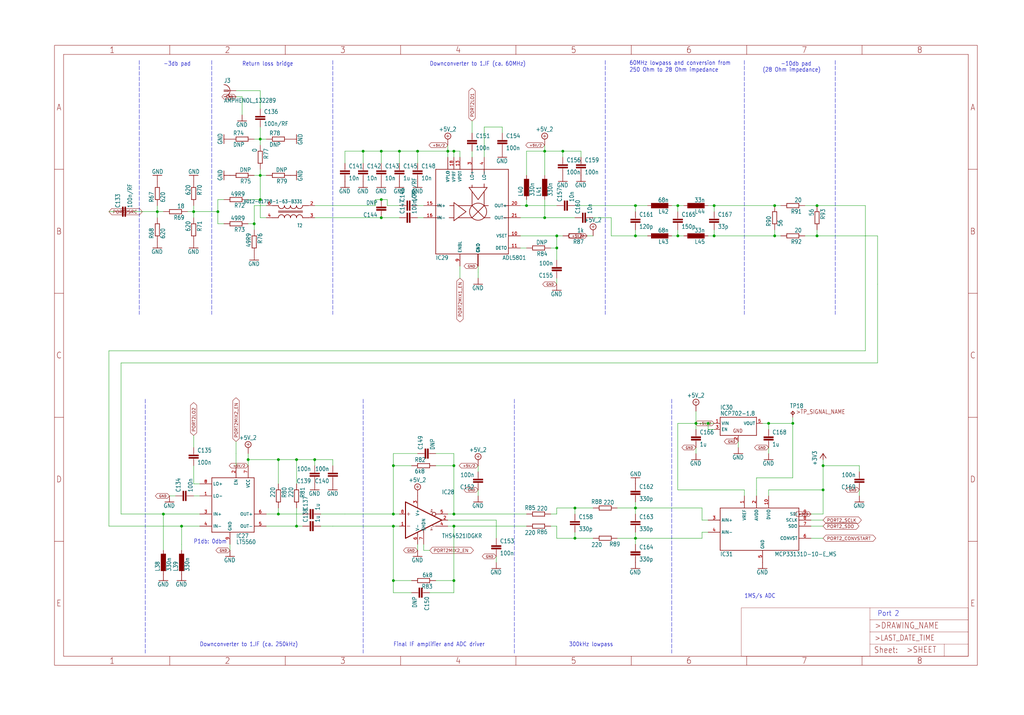
<source format=kicad_sch>
(kicad_sch (version 20210615) (generator eeschema)
  (paper "User" 429.793 300.279)
  (junction (at 66.04 88.9) (diameter 1.016))
  (junction (at 68.58 215.9) (diameter 1.016))
  (junction (at 76.2 220.98) (diameter 1.016))
  (junction (at 81.28 88.9) (diameter 1.016))
  (junction (at 91.44 88.9) (diameter 1.016))
  (junction (at 104.14 193.04) (diameter 1.016))
  (junction (at 106.68 93.98) (diameter 1.016))
  (junction (at 109.22 58.42) (diameter 1.016))
  (junction (at 109.22 73.66) (diameter 1.016))
  (junction (at 109.22 83.82) (diameter 1.016))
  (junction (at 116.84 193.04) (diameter 1.016))
  (junction (at 116.84 215.9) (diameter 1.016))
  (junction (at 124.46 193.04) (diameter 1.016))
  (junction (at 124.46 220.98) (diameter 1.016))
  (junction (at 132.08 193.04) (diameter 1.016))
  (junction (at 152.4 63.5) (diameter 1.016))
  (junction (at 160.02 63.5) (diameter 1.016))
  (junction (at 160.02 83.82) (diameter 1.016))
  (junction (at 160.02 91.44) (diameter 1.016))
  (junction (at 165.1 195.58) (diameter 1.016))
  (junction (at 165.1 215.9) (diameter 1.016))
  (junction (at 165.1 220.98) (diameter 1.016))
  (junction (at 165.1 243.84) (diameter 1.016))
  (junction (at 167.64 63.5) (diameter 1.016))
  (junction (at 175.26 63.5) (diameter 1.016))
  (junction (at 187.96 63.5) (diameter 1.016))
  (junction (at 190.5 63.5) (diameter 1.016))
  (junction (at 190.5 195.58) (diameter 1.016))
  (junction (at 190.5 215.9) (diameter 1.016))
  (junction (at 190.5 220.98) (diameter 1.016))
  (junction (at 190.5 243.84) (diameter 1.016))
  (junction (at 220.98 86.36) (diameter 1.016))
  (junction (at 228.6 63.5) (diameter 1.016))
  (junction (at 228.6 91.44) (diameter 1.016))
  (junction (at 233.68 99.06) (diameter 1.016))
  (junction (at 233.68 104.14) (diameter 1.016))
  (junction (at 236.22 63.5) (diameter 1.016))
  (junction (at 241.3 213.36) (diameter 1.016))
  (junction (at 241.3 226.06) (diameter 1.016))
  (junction (at 266.7 86.36) (diameter 1.016))
  (junction (at 266.7 99.06) (diameter 1.016))
  (junction (at 266.7 213.36) (diameter 1.016))
  (junction (at 266.7 226.06) (diameter 1.016))
  (junction (at 284.48 86.36) (diameter 1.016))
  (junction (at 284.48 99.06) (diameter 1.016))
  (junction (at 292.1 177.8) (diameter 1.016))
  (junction (at 297.18 177.8) (diameter 1.016))
  (junction (at 299.72 86.36) (diameter 1.016))
  (junction (at 299.72 99.06) (diameter 1.016))
  (junction (at 322.58 177.8) (diameter 1.016))
  (junction (at 325.12 86.36) (diameter 1.016))
  (junction (at 325.12 99.06) (diameter 1.016))
  (junction (at 332.74 177.8) (diameter 1.016))
  (junction (at 342.9 86.36) (diameter 1.016))
  (junction (at 342.9 99.06) (diameter 1.016))
  (junction (at 345.44 195.58) (diameter 1.016))
  (junction (at 345.44 205.74) (diameter 1.016))
  (wire (pts (xy 45.72 88.9) (xy 48.26 88.9)))
  (wire (pts (xy 45.72 147.32) (xy 45.72 220.98)))
  (wire (pts (xy 45.72 220.98) (xy 76.2 220.98)))
  (wire (pts (xy 50.8 152.4) (xy 368.3 152.4)))
  (wire (pts (xy 50.8 215.9) (xy 50.8 152.4)))
  (wire (pts (xy 55.88 88.9) (xy 66.04 88.9)))
  (wire (pts (xy 66.04 86.36) (xy 66.04 88.9)))
  (wire (pts (xy 66.04 88.9) (xy 66.04 91.44)))
  (wire (pts (xy 66.04 88.9) (xy 68.58 88.9)))
  (wire (pts (xy 68.58 215.9) (xy 50.8 215.9)))
  (wire (pts (xy 68.58 215.9) (xy 83.82 215.9)))
  (wire (pts (xy 68.58 231.14) (xy 68.58 215.9)))
  (wire (pts (xy 71.12 208.28) (xy 73.66 208.28)))
  (wire (pts (xy 76.2 220.98) (xy 83.82 220.98)))
  (wire (pts (xy 76.2 228.6) (xy 76.2 220.98)))
  (wire (pts (xy 76.2 231.14) (xy 76.2 228.6)))
  (wire (pts (xy 78.74 88.9) (xy 81.28 88.9)))
  (wire (pts (xy 81.28 88.9) (xy 81.28 86.36)))
  (wire (pts (xy 81.28 88.9) (xy 81.28 91.44)))
  (wire (pts (xy 81.28 88.9) (xy 91.44 88.9)))
  (wire (pts (xy 81.28 187.96) (xy 81.28 182.88)))
  (wire (pts (xy 81.28 203.2) (xy 81.28 195.58)))
  (wire (pts (xy 81.28 208.28) (xy 83.82 208.28)))
  (wire (pts (xy 83.82 203.2) (xy 81.28 203.2)))
  (wire (pts (xy 91.44 83.82) (xy 93.98 83.82)))
  (wire (pts (xy 91.44 88.9) (xy 91.44 83.82)))
  (wire (pts (xy 91.44 88.9) (xy 91.44 93.98)))
  (wire (pts (xy 91.44 93.98) (xy 93.98 93.98)))
  (wire (pts (xy 96.52 231.14) (xy 96.52 228.6)))
  (wire (pts (xy 99.06 38.1) (xy 109.22 38.1)))
  (wire (pts (xy 99.06 40.64) (xy 101.6 40.64)))
  (wire (pts (xy 99.06 190.5) (xy 99.06 185.42)))
  (wire (pts (xy 99.06 195.58) (xy 99.06 190.5)))
  (wire (pts (xy 101.6 40.64) (xy 101.6 48.26)))
  (wire (pts (xy 104.14 93.98) (xy 106.68 93.98)))
  (wire (pts (xy 104.14 193.04) (xy 104.14 190.5)))
  (wire (pts (xy 104.14 193.04) (xy 116.84 193.04)))
  (wire (pts (xy 104.14 195.58) (xy 104.14 193.04)))
  (wire (pts (xy 106.68 73.66) (xy 109.22 73.66)))
  (wire (pts (xy 106.68 86.36) (xy 106.68 93.98)))
  (wire (pts (xy 106.68 86.36) (xy 111.76 86.36)))
  (wire (pts (xy 106.68 93.98) (xy 106.68 96.52)))
  (wire (pts (xy 109.22 38.1) (xy 109.22 45.72)))
  (wire (pts (xy 109.22 53.34) (xy 109.22 58.42)))
  (wire (pts (xy 109.22 58.42) (xy 106.68 58.42)))
  (wire (pts (xy 109.22 58.42) (xy 111.76 58.42)))
  (wire (pts (xy 109.22 60.96) (xy 109.22 58.42)))
  (wire (pts (xy 109.22 73.66) (xy 109.22 71.12)))
  (wire (pts (xy 109.22 73.66) (xy 111.76 73.66)))
  (wire (pts (xy 109.22 83.82) (xy 104.14 83.82)))
  (wire (pts (xy 109.22 83.82) (xy 109.22 73.66)))
  (wire (pts (xy 109.22 91.44) (xy 109.22 83.82)))
  (wire (pts (xy 109.22 91.44) (xy 111.76 91.44)))
  (wire (pts (xy 111.76 215.9) (xy 116.84 215.9)))
  (wire (pts (xy 111.76 220.98) (xy 124.46 220.98)))
  (wire (pts (xy 116.84 193.04) (xy 124.46 193.04)))
  (wire (pts (xy 116.84 203.2) (xy 116.84 193.04)))
  (wire (pts (xy 116.84 215.9) (xy 116.84 213.36)))
  (wire (pts (xy 124.46 193.04) (xy 132.08 193.04)))
  (wire (pts (xy 124.46 203.2) (xy 124.46 193.04)))
  (wire (pts (xy 124.46 220.98) (xy 124.46 213.36)))
  (wire (pts (xy 124.46 220.98) (xy 127 220.98)))
  (wire (pts (xy 127 215.9) (xy 116.84 215.9)))
  (wire (pts (xy 132.08 86.36) (xy 157.48 86.36)))
  (wire (pts (xy 132.08 193.04) (xy 139.7 193.04)))
  (wire (pts (xy 132.08 195.58) (xy 132.08 193.04)))
  (wire (pts (xy 134.62 220.98) (xy 139.7 220.98)))
  (wire (pts (xy 139.7 193.04) (xy 139.7 195.58)))
  (wire (pts (xy 144.78 68.58) (xy 144.78 63.5)))
  (wire (pts (xy 144.78 215.9) (xy 134.62 215.9)))
  (wire (pts (xy 144.78 215.9) (xy 165.1 215.9)))
  (wire (pts (xy 152.4 63.5) (xy 144.78 63.5)))
  (wire (pts (xy 152.4 68.58) (xy 152.4 63.5)))
  (wire (pts (xy 157.48 83.82) (xy 160.02 83.82)))
  (wire (pts (xy 157.48 86.36) (xy 157.48 83.82)))
  (wire (pts (xy 160.02 63.5) (xy 152.4 63.5)))
  (wire (pts (xy 160.02 68.58) (xy 160.02 63.5)))
  (wire (pts (xy 160.02 83.82) (xy 162.56 83.82)))
  (wire (pts (xy 160.02 91.44) (xy 132.08 91.44)))
  (wire (pts (xy 162.56 83.82) (xy 162.56 86.36)))
  (wire (pts (xy 162.56 86.36) (xy 167.64 86.36)))
  (wire (pts (xy 165.1 190.5) (xy 165.1 195.58)))
  (wire (pts (xy 165.1 195.58) (xy 165.1 215.9)))
  (wire (pts (xy 165.1 215.9) (xy 167.64 215.9)))
  (wire (pts (xy 165.1 220.98) (xy 139.7 220.98)))
  (wire (pts (xy 165.1 220.98) (xy 167.64 220.98)))
  (wire (pts (xy 165.1 243.84) (xy 165.1 220.98)))
  (wire (pts (xy 165.1 248.92) (xy 165.1 243.84)))
  (wire (pts (xy 167.64 63.5) (xy 160.02 63.5)))
  (wire (pts (xy 167.64 63.5) (xy 167.64 68.58)))
  (wire (pts (xy 167.64 91.44) (xy 160.02 91.44)))
  (wire (pts (xy 172.72 195.58) (xy 165.1 195.58)))
  (wire (pts (xy 172.72 243.84) (xy 165.1 243.84)))
  (wire (pts (xy 172.72 248.92) (xy 165.1 248.92)))
  (wire (pts (xy 175.26 63.5) (xy 167.64 63.5)))
  (wire (pts (xy 175.26 68.58) (xy 175.26 63.5)))
  (wire (pts (xy 175.26 190.5) (xy 165.1 190.5)))
  (wire (pts (xy 175.26 231.14) (xy 175.26 228.6)))
  (wire (pts (xy 177.8 86.36) (xy 175.26 86.36)))
  (wire (pts (xy 177.8 91.44) (xy 175.26 91.44)))
  (wire (pts (xy 177.8 228.6) (xy 177.8 231.14)))
  (wire (pts (xy 177.8 231.14) (xy 180.34 231.14)))
  (wire (pts (xy 180.34 248.92) (xy 190.5 248.92)))
  (wire (pts (xy 182.88 190.5) (xy 190.5 190.5)))
  (wire (pts (xy 182.88 195.58) (xy 190.5 195.58)))
  (wire (pts (xy 182.88 243.84) (xy 190.5 243.84)))
  (wire (pts (xy 187.96 60.96) (xy 187.96 63.5)))
  (wire (pts (xy 187.96 63.5) (xy 175.26 63.5)))
  (wire (pts (xy 187.96 63.5) (xy 187.96 66.04)))
  (wire (pts (xy 187.96 63.5) (xy 190.5 63.5)))
  (wire (pts (xy 187.96 218.44) (xy 208.28 218.44)))
  (wire (pts (xy 190.5 63.5) (xy 190.5 66.04)))
  (wire (pts (xy 190.5 63.5) (xy 193.04 63.5)))
  (wire (pts (xy 190.5 190.5) (xy 190.5 195.58)))
  (wire (pts (xy 190.5 195.58) (xy 190.5 215.9)))
  (wire (pts (xy 190.5 215.9) (xy 187.96 215.9)))
  (wire (pts (xy 190.5 220.98) (xy 187.96 220.98)))
  (wire (pts (xy 190.5 220.98) (xy 220.98 220.98)))
  (wire (pts (xy 190.5 243.84) (xy 190.5 220.98)))
  (wire (pts (xy 190.5 248.92) (xy 190.5 243.84)))
  (wire (pts (xy 193.04 63.5) (xy 193.04 66.04)))
  (wire (pts (xy 193.04 111.76) (xy 193.04 116.84)))
  (wire (pts (xy 198.12 50.8) (xy 198.12 55.88)))
  (wire (pts (xy 198.12 63.5) (xy 198.12 66.04)))
  (wire (pts (xy 200.66 111.76) (xy 200.66 114.3)))
  (wire (pts (xy 200.66 114.3) (xy 200.66 116.84)))
  (wire (pts (xy 200.66 195.58) (xy 200.66 198.12)))
  (wire (pts (xy 200.66 205.74) (xy 200.66 208.28)))
  (wire (pts (xy 203.2 53.34) (xy 210.82 53.34)))
  (wire (pts (xy 203.2 66.04) (xy 203.2 53.34)))
  (wire (pts (xy 208.28 218.44) (xy 208.28 226.06)))
  (wire (pts (xy 208.28 233.68) (xy 208.28 236.22)))
  (wire (pts (xy 210.82 53.34) (xy 210.82 55.88)))
  (wire (pts (xy 218.44 86.36) (xy 220.98 86.36)))
  (wire (pts (xy 218.44 91.44) (xy 228.6 91.44)))
  (wire (pts (xy 218.44 99.06) (xy 233.68 99.06)))
  (wire (pts (xy 220.98 63.5) (xy 220.98 73.66)))
  (wire (pts (xy 220.98 86.36) (xy 220.98 83.82)))
  (wire (pts (xy 220.98 86.36) (xy 233.68 86.36)))
  (wire (pts (xy 220.98 104.14) (xy 218.44 104.14)))
  (wire (pts (xy 220.98 215.9) (xy 190.5 215.9)))
  (wire (pts (xy 228.6 60.96) (xy 228.6 63.5)))
  (wire (pts (xy 228.6 63.5) (xy 220.98 63.5)))
  (wire (pts (xy 228.6 73.66) (xy 228.6 63.5)))
  (wire (pts (xy 228.6 83.82) (xy 228.6 91.44)))
  (wire (pts (xy 231.14 104.14) (xy 233.68 104.14)))
  (wire (pts (xy 231.14 215.9) (xy 233.68 215.9)))
  (wire (pts (xy 231.14 220.98) (xy 233.68 220.98)))
  (wire (pts (xy 233.68 99.06) (xy 236.22 99.06)))
  (wire (pts (xy 233.68 104.14) (xy 233.68 99.06)))
  (wire (pts (xy 233.68 109.22) (xy 233.68 104.14)))
  (wire (pts (xy 233.68 119.38) (xy 233.68 116.84)))
  (wire (pts (xy 233.68 213.36) (xy 241.3 213.36)))
  (wire (pts (xy 233.68 215.9) (xy 233.68 213.36)))
  (wire (pts (xy 233.68 220.98) (xy 233.68 226.06)))
  (wire (pts (xy 233.68 226.06) (xy 241.3 226.06)))
  (wire (pts (xy 236.22 63.5) (xy 228.6 63.5)))
  (wire (pts (xy 236.22 66.04) (xy 236.22 63.5)))
  (wire (pts (xy 241.3 86.36) (xy 266.7 86.36)))
  (wire (pts (xy 241.3 91.44) (xy 228.6 91.44)))
  (wire (pts (xy 241.3 213.36) (xy 248.92 213.36)))
  (wire (pts (xy 241.3 215.9) (xy 241.3 213.36)))
  (wire (pts (xy 241.3 223.52) (xy 241.3 226.06)))
  (wire (pts (xy 241.3 226.06) (xy 248.92 226.06)))
  (wire (pts (xy 243.84 63.5) (xy 236.22 63.5)))
  (wire (pts (xy 243.84 66.04) (xy 243.84 63.5)))
  (wire (pts (xy 246.38 99.06) (xy 248.92 99.06)))
  (wire (pts (xy 248.92 91.44) (xy 256.54 91.44)))
  (wire (pts (xy 256.54 91.44) (xy 256.54 99.06)))
  (wire (pts (xy 256.54 99.06) (xy 266.7 99.06)))
  (wire (pts (xy 259.08 213.36) (xy 266.7 213.36)))
  (wire (pts (xy 259.08 226.06) (xy 266.7 226.06)))
  (wire (pts (xy 266.7 86.36) (xy 271.78 86.36)))
  (wire (pts (xy 266.7 88.9) (xy 266.7 86.36)))
  (wire (pts (xy 266.7 96.52) (xy 266.7 99.06)))
  (wire (pts (xy 266.7 99.06) (xy 271.78 99.06)))
  (wire (pts (xy 266.7 213.36) (xy 266.7 210.82)))
  (wire (pts (xy 266.7 213.36) (xy 266.7 215.9)))
  (wire (pts (xy 266.7 213.36) (xy 294.64 213.36)))
  (wire (pts (xy 266.7 226.06) (xy 266.7 223.52)))
  (wire (pts (xy 266.7 226.06) (xy 266.7 228.6)))
  (wire (pts (xy 266.7 226.06) (xy 294.64 226.06)))
  (wire (pts (xy 281.94 86.36) (xy 284.48 86.36)))
  (wire (pts (xy 281.94 99.06) (xy 284.48 99.06)))
  (wire (pts (xy 284.48 86.36) (xy 284.48 88.9)))
  (wire (pts (xy 284.48 86.36) (xy 287.02 86.36)))
  (wire (pts (xy 284.48 96.52) (xy 284.48 99.06)))
  (wire (pts (xy 284.48 99.06) (xy 287.02 99.06)))
  (wire (pts (xy 284.48 177.8) (xy 292.1 177.8)))
  (wire (pts (xy 284.48 205.74) (xy 284.48 177.8)))
  (wire (pts (xy 292.1 172.72) (xy 292.1 177.8)))
  (wire (pts (xy 292.1 177.8) (xy 292.1 180.34)))
  (wire (pts (xy 292.1 187.96) (xy 292.1 190.5)))
  (wire (pts (xy 294.64 213.36) (xy 294.64 218.44)))
  (wire (pts (xy 294.64 223.52) (xy 297.18 223.52)))
  (wire (pts (xy 294.64 226.06) (xy 294.64 223.52)))
  (wire (pts (xy 297.18 86.36) (xy 299.72 86.36)))
  (wire (pts (xy 297.18 99.06) (xy 299.72 99.06)))
  (wire (pts (xy 297.18 177.8) (xy 292.1 177.8)))
  (wire (pts (xy 297.18 180.34) (xy 297.18 177.8)))
  (wire (pts (xy 297.18 218.44) (xy 294.64 218.44)))
  (wire (pts (xy 299.72 86.36) (xy 299.72 88.9)))
  (wire (pts (xy 299.72 86.36) (xy 325.12 86.36)))
  (wire (pts (xy 299.72 99.06) (xy 299.72 96.52)))
  (wire (pts (xy 299.72 99.06) (xy 325.12 99.06)))
  (wire (pts (xy 299.72 177.8) (xy 297.18 177.8)))
  (wire (pts (xy 299.72 180.34) (xy 297.18 180.34)))
  (wire (pts (xy 309.88 185.42) (xy 309.88 187.96)))
  (wire (pts (xy 312.42 205.74) (xy 284.48 205.74)))
  (wire (pts (xy 312.42 208.28) (xy 312.42 205.74)))
  (wire (pts (xy 317.5 200.66) (xy 332.74 200.66)))
  (wire (pts (xy 317.5 205.74) (xy 317.5 200.66)))
  (wire (pts (xy 317.5 208.28) (xy 317.5 205.74)))
  (wire (pts (xy 320.04 177.8) (xy 322.58 177.8)))
  (wire (pts (xy 322.58 177.8) (xy 322.58 180.34)))
  (wire (pts (xy 322.58 187.96) (xy 322.58 190.5)))
  (wire (pts (xy 322.58 205.74) (xy 345.44 205.74)))
  (wire (pts (xy 322.58 208.28) (xy 322.58 205.74)))
  (wire (pts (xy 325.12 86.36) (xy 327.66 86.36)))
  (wire (pts (xy 325.12 96.52) (xy 325.12 99.06)))
  (wire (pts (xy 325.12 99.06) (xy 327.66 99.06)))
  (wire (pts (xy 332.74 175.26) (xy 332.74 177.8)))
  (wire (pts (xy 332.74 177.8) (xy 322.58 177.8)))
  (wire (pts (xy 332.74 200.66) (xy 332.74 177.8)))
  (wire (pts (xy 337.82 86.36) (xy 342.9 86.36)))
  (wire (pts (xy 337.82 99.06) (xy 342.9 99.06)))
  (wire (pts (xy 340.36 215.9) (xy 345.44 215.9)))
  (wire (pts (xy 340.36 218.44) (xy 345.44 218.44)))
  (wire (pts (xy 340.36 220.98) (xy 345.44 220.98)))
  (wire (pts (xy 340.36 226.06) (xy 345.44 226.06)))
  (wire (pts (xy 342.9 86.36) (xy 363.22 86.36)))
  (wire (pts (xy 342.9 96.52) (xy 342.9 99.06)))
  (wire (pts (xy 342.9 99.06) (xy 368.3 99.06)))
  (wire (pts (xy 345.44 193.04) (xy 345.44 195.58)))
  (wire (pts (xy 345.44 195.58) (xy 360.68 195.58)))
  (wire (pts (xy 345.44 205.74) (xy 345.44 195.58)))
  (wire (pts (xy 345.44 215.9) (xy 345.44 205.74)))
  (wire (pts (xy 360.68 195.58) (xy 360.68 198.12)))
  (wire (pts (xy 360.68 205.74) (xy 360.68 208.28)))
  (wire (pts (xy 363.22 86.36) (xy 363.22 99.06)))
  (wire (pts (xy 363.22 99.06) (xy 363.22 147.32)))
  (wire (pts (xy 363.22 147.32) (xy 45.72 147.32)))
  (wire (pts (xy 368.3 119.38) (xy 368.3 99.06)))
  (wire (pts (xy 368.3 152.4) (xy 368.3 119.38)))
  (polyline (pts (xy 58.42 25.4) (xy 58.42 132.08)) (stroke (width 0) (type dash)))
  (polyline (pts (xy 60.96 167.64) (xy 60.96 274.32)) (stroke (width 0) (type dash)))
  (polyline (pts (xy 88.9 25.4) (xy 88.9 132.08)) (stroke (width 0) (type dash)))
  (polyline (pts (xy 139.7 25.4) (xy 139.7 132.08)) (stroke (width 0) (type dash)))
  (polyline (pts (xy 152.4 167.64) (xy 152.4 274.32)) (stroke (width 0) (type dash)))
  (polyline (pts (xy 215.9 167.64) (xy 215.9 274.32)) (stroke (width 0) (type dash)))
  (polyline (pts (xy 254 25.4) (xy 254 132.08)) (stroke (width 0) (type dash)))
  (polyline (pts (xy 281.94 167.64) (xy 281.94 274.32)) (stroke (width 0) (type dash)))
  (polyline (pts (xy 312.42 25.4) (xy 312.42 132.08)) (stroke (width 0) (type dash)))
  (polyline (pts (xy 350.52 25.4) (xy 350.52 132.08)) (stroke (width 0) (type dash)))
  (text "-3db pad" (at 68.58 27.94 180) (effects (font (size 1.778 1.5113)) (justify left bottom)))
  (text "P1db: 0dbm" (at 81.28 228.6 180) (effects (font (size 1.778 1.5113)) (justify left bottom)))
  (text "Downconverter to 1.IF (ca. 250kHz)" (at 83.82 271.78 180) (effects (font (size 1.778 1.5113)) (justify left bottom)))
  (text "Return loss bridge" (at 101.6 27.94 180) (effects (font (size 1.778 1.5113)) (justify left bottom)))
  (text "Final IF amplifier and ADC driver" (at 165.1 271.78 180) (effects (font (size 1.778 1.5113)) (justify left bottom)))
  (text "Downconverter to 1.IF (ca. 60MHz)" (at 180.34 27.94 180) (effects (font (size 1.778 1.5113)) (justify left bottom)))
  (text "300kHz lowpass" (at 238.76 271.78 180) (effects (font (size 1.778 1.5113)) (justify left bottom)))
  (text "60MHz lowpass and conversion from\n250 Ohm to 28 Ohm impedance" (at 264.16 30.48 0) (effects (font (size 1.778 1.5113)) (justify left bottom)))
  (text "1MS/s ADC" (at 312.42 251.46 180) (effects (font (size 1.778 1.5113)) (justify left bottom)))
  (text "(28 Ohm impedance)" (at 320.04 30.48 180) (effects (font (size 1.778 1.5113)) (justify left bottom)))
  (text "-10db pad" (at 327.66 27.94 180) (effects (font (size 1.778 1.5113)) (justify left bottom)))
  (text "Port 2" (at 368.3 259.08 180) (effects (font (size 2.1844 1.8567)) (justify left bottom)))
  (global_label "PORT2SRC" (shape bidirectional) (at 45.72 88.9 0) (effects (font (size 1.3335 1.3335))) (property "Intersheet References" "${INTERSHEET_REFS}" (effects hide)))
  (global_label "GND" (shape bidirectional) (at 71.12 208.28 180) (effects (font (size 1.016 1.016))) (property "Intersheet References" "${INTERSHEET_REFS}" (effects hide)))
  (global_label "PORT2LO2" (shape bidirectional) (at 81.28 182.88 90) (effects (font (size 1.3335 1.3335))) (property "Intersheet References" "${INTERSHEET_REFS}" (effects hide)))
  (global_label "GND" (shape bidirectional) (at 96.52 231.14 180) (effects (font (size 1.016 1.016))) (property "Intersheet References" "${INTERSHEET_REFS}" (effects hide)))
  (global_label "GND" (shape bidirectional) (at 99.06 40.64 180) (effects (font (size 1.016 1.016))) (property "Intersheet References" "${INTERSHEET_REFS}" (effects hide)))
  (global_label "PORT2MIX2_EN" (shape bidirectional) (at 99.06 185.42 90) (effects (font (size 1.3335 1.3335))) (property "Intersheet References" "${INTERSHEET_REFS}" (effects hide)))
  (global_label "+5V/2" (shape bidirectional) (at 104.14 195.58 180) (effects (font (size 1.016 1.016))) (property "Intersheet References" "${INTERSHEET_REFS}" (effects hide)))
  (global_label "GND" (shape bidirectional) (at 175.26 231.14 180) (effects (font (size 1.016 1.016))) (property "Intersheet References" "${INTERSHEET_REFS}" (effects hide)))
  (global_label "PORT2MIX2_EN" (shape bidirectional) (at 180.34 231.14 0) (effects (font (size 1.3335 1.3335))) (property "Intersheet References" "${INTERSHEET_REFS}" (effects hide)))
  (global_label "+5V/2" (shape bidirectional) (at 187.96 60.96 180) (effects (font (size 1.016 1.016))) (property "Intersheet References" "${INTERSHEET_REFS}" (effects hide)))
  (global_label "PORT2MIX1_EN" (shape bidirectional) (at 193.04 116.84 270) (effects (font (size 1.3335 1.3335))) (property "Intersheet References" "${INTERSHEET_REFS}" (effects hide)))
  (global_label "PORT2LO1" (shape bidirectional) (at 198.12 50.8 90) (effects (font (size 1.3335 1.3335))) (property "Intersheet References" "${INTERSHEET_REFS}" (effects hide)))
  (global_label "GND" (shape bidirectional) (at 200.66 111.76 180) (effects (font (size 1.016 1.016))) (property "Intersheet References" "${INTERSHEET_REFS}" (effects hide)))
  (global_label "+5V/2" (shape bidirectional) (at 200.66 195.58 180) (effects (font (size 1.016 1.016))) (property "Intersheet References" "${INTERSHEET_REFS}" (effects hide)))
  (global_label "GND" (shape bidirectional) (at 200.66 205.74 180) (effects (font (size 1.016 1.016))) (property "Intersheet References" "${INTERSHEET_REFS}" (effects hide)))
  (global_label "GND" (shape bidirectional) (at 208.28 233.68 180) (effects (font (size 1.016 1.016))) (property "Intersheet References" "${INTERSHEET_REFS}" (effects hide)))
  (global_label "+5V/2" (shape bidirectional) (at 228.6 60.96 180) (effects (font (size 1.016 1.016))) (property "Intersheet References" "${INTERSHEET_REFS}" (effects hide)))
  (global_label "GND" (shape bidirectional) (at 233.68 119.38 180) (effects (font (size 1.016 1.016))) (property "Intersheet References" "${INTERSHEET_REFS}" (effects hide)))
  (global_label "+5V/2" (shape bidirectional) (at 246.38 99.06 180) (effects (font (size 1.016 1.016))) (property "Intersheet References" "${INTERSHEET_REFS}" (effects hide)))
  (global_label "GND" (shape bidirectional) (at 292.1 187.96 180) (effects (font (size 1.016 1.016))) (property "Intersheet References" "${INTERSHEET_REFS}" (effects hide)))
  (global_label "+5V/2" (shape bidirectional) (at 299.72 177.8 180) (effects (font (size 1.016 1.016))) (property "Intersheet References" "${INTERSHEET_REFS}" (effects hide)))
  (global_label "GND" (shape bidirectional) (at 309.88 185.42 180) (effects (font (size 1.016 1.016))) (property "Intersheet References" "${INTERSHEET_REFS}" (effects hide)))
  (global_label "GND" (shape bidirectional) (at 322.58 187.96 180) (effects (font (size 1.016 1.016))) (property "Intersheet References" "${INTERSHEET_REFS}" (effects hide)))
  (global_label "+3V3" (shape bidirectional) (at 340.36 215.9 180) (effects (font (size 1.016 1.016))) (property "Intersheet References" "${INTERSHEET_REFS}" (effects hide)))
  (global_label "PORT2_SCLK" (shape bidirectional) (at 345.44 218.44 0) (effects (font (size 1.3335 1.3335))) (property "Intersheet References" "${INTERSHEET_REFS}" (effects hide)))
  (global_label "PORT2_SDO" (shape bidirectional) (at 345.44 220.98 0) (effects (font (size 1.3335 1.3335))) (property "Intersheet References" "${INTERSHEET_REFS}" (effects hide)))
  (global_label "PORT2_CONVSTART" (shape bidirectional) (at 345.44 226.06 0) (effects (font (size 1.3335 1.3335))) (property "Intersheet References" "${INTERSHEET_REFS}" (effects hide)))
  (global_label "GND" (shape bidirectional) (at 360.68 205.74 180) (effects (font (size 1.016 1.016))) (property "Intersheet References" "${INTERSHEET_REFS}" (effects hide)))
  (symbol (lib_id "VNA-eagle-import:+3V3") (at 345.44 190.5 0)
    (property "Reference" "#+3V313" (effects hide))
    (property "Value" "+3V3" (at 342.9 195.58 90) (effects (font (size 1.778 1.5113)) (justify left bottom)))
  )
  (symbol (lib_id "VNA-eagle-import:GND") (at 66.04 73.66 180)
    (property "Reference" "#GND170" (effects hide))
    (property "Value" "GND" (at 68.58 71.12 0) (effects (font (size 1.778 1.5113)) (justify left bottom)))
  )
  (symbol (lib_id "VNA-eagle-import:GND") (at 66.04 104.14 0)
    (property "Reference" "#GND171" (effects hide))
    (property "Value" "GND" (at 63.5 106.68 0) (effects (font (size 1.778 1.5113)) (justify left bottom)))
  )
  (symbol (lib_id "VNA-eagle-import:GND") (at 68.58 243.84 0)
    (property "Reference" "#GND172" (effects hide))
    (property "Value" "GND" (at 66.04 246.38 0) (effects (font (size 1.778 1.5113)) (justify left bottom)))
  )
  (symbol (lib_id "VNA-eagle-import:GND") (at 71.12 210.82 0)
    (property "Reference" "#GND173" (effects hide))
    (property "Value" "GND" (at 68.58 213.36 0) (effects (font (size 1.778 1.5113)) (justify left bottom)))
  )
  (symbol (lib_id "VNA-eagle-import:GND") (at 76.2 243.84 0)
    (property "Reference" "#GND174" (effects hide))
    (property "Value" "GND" (at 73.66 246.38 0) (effects (font (size 1.778 1.5113)) (justify left bottom)))
  )
  (symbol (lib_id "VNA-eagle-import:GND") (at 81.28 73.66 180)
    (property "Reference" "#GND175" (effects hide))
    (property "Value" "GND" (at 83.82 71.12 0) (effects (font (size 1.778 1.5113)) (justify left bottom)))
  )
  (symbol (lib_id "VNA-eagle-import:GND") (at 81.28 104.14 0)
    (property "Reference" "#GND176" (effects hide))
    (property "Value" "GND" (at 78.74 106.68 0) (effects (font (size 1.778 1.5113)) (justify left bottom)))
  )
  (symbol (lib_id "VNA-eagle-import:GND") (at 93.98 58.42 270)
    (property "Reference" "#GND177" (effects hide))
    (property "Value" "GND" (at 91.44 55.88 0) (effects (font (size 1.778 1.5113)) (justify left bottom)))
  )
  (symbol (lib_id "VNA-eagle-import:GND") (at 93.98 73.66 270)
    (property "Reference" "#GND178" (effects hide))
    (property "Value" "GND" (at 91.44 71.12 0) (effects (font (size 1.778 1.5113)) (justify left bottom)))
  )
  (symbol (lib_id "VNA-eagle-import:GND") (at 96.52 233.68 0)
    (property "Reference" "#GND179" (effects hide))
    (property "Value" "GND" (at 93.98 236.22 0) (effects (font (size 1.778 1.5113)) (justify left bottom)))
  )
  (symbol (lib_id "VNA-eagle-import:GND") (at 101.6 50.8 0)
    (property "Reference" "#GND180" (effects hide))
    (property "Value" "GND" (at 99.06 53.34 0) (effects (font (size 1.778 1.5113)) (justify left bottom)))
  )
  (symbol (lib_id "VNA-eagle-import:GND") (at 106.68 109.22 0)
    (property "Reference" "#GND181" (effects hide))
    (property "Value" "GND" (at 104.14 111.76 0) (effects (font (size 1.778 1.5113)) (justify left bottom)))
  )
  (symbol (lib_id "VNA-eagle-import:GND") (at 124.46 58.42 90)
    (property "Reference" "#GND182" (effects hide))
    (property "Value" "GND" (at 127 60.96 0) (effects (font (size 1.778 1.5113)) (justify left bottom)))
  )
  (symbol (lib_id "VNA-eagle-import:GND") (at 124.46 73.66 90)
    (property "Reference" "#GND183" (effects hide))
    (property "Value" "GND" (at 127 76.2 0) (effects (font (size 1.778 1.5113)) (justify left bottom)))
  )
  (symbol (lib_id "VNA-eagle-import:GND") (at 132.08 205.74 0)
    (property "Reference" "#GND184" (effects hide))
    (property "Value" "GND" (at 129.54 208.28 0) (effects (font (size 1.778 1.5113)) (justify left bottom)))
  )
  (symbol (lib_id "VNA-eagle-import:GND") (at 139.7 205.74 0)
    (property "Reference" "#GND185" (effects hide))
    (property "Value" "GND" (at 137.16 208.28 0) (effects (font (size 1.778 1.5113)) (justify left bottom)))
  )
  (symbol (lib_id "VNA-eagle-import:GND") (at 144.78 78.74 0)
    (property "Reference" "#GND186" (effects hide))
    (property "Value" "GND" (at 142.24 81.28 0) (effects (font (size 1.778 1.5113)) (justify left bottom)))
  )
  (symbol (lib_id "VNA-eagle-import:GND") (at 152.4 78.74 0)
    (property "Reference" "#GND187" (effects hide))
    (property "Value" "GND" (at 149.86 81.28 0) (effects (font (size 1.778 1.5113)) (justify left bottom)))
  )
  (symbol (lib_id "VNA-eagle-import:GND") (at 160.02 78.74 0)
    (property "Reference" "#GND188" (effects hide))
    (property "Value" "GND" (at 157.48 81.28 0) (effects (font (size 1.778 1.5113)) (justify left bottom)))
  )
  (symbol (lib_id "VNA-eagle-import:GND") (at 167.64 78.74 0)
    (property "Reference" "#GND189" (effects hide))
    (property "Value" "GND" (at 165.1 81.28 0) (effects (font (size 1.778 1.5113)) (justify left bottom)))
  )
  (symbol (lib_id "VNA-eagle-import:GND") (at 175.26 78.74 0)
    (property "Reference" "#GND190" (effects hide))
    (property "Value" "GND" (at 172.72 81.28 0) (effects (font (size 1.778 1.5113)) (justify left bottom)))
  )
  (symbol (lib_id "VNA-eagle-import:GND") (at 175.26 233.68 0)
    (property "Reference" "#GND191" (effects hide))
    (property "Value" "GND" (at 172.72 236.22 0) (effects (font (size 1.778 1.5113)) (justify left bottom)))
  )
  (symbol (lib_id "VNA-eagle-import:GND") (at 200.66 119.38 0)
    (property "Reference" "#GND192" (effects hide))
    (property "Value" "GND" (at 198.12 121.92 0) (effects (font (size 1.778 1.5113)) (justify left bottom)))
  )
  (symbol (lib_id "VNA-eagle-import:GND") (at 200.66 210.82 0)
    (property "Reference" "#GND193" (effects hide))
    (property "Value" "GND" (at 198.12 213.36 0) (effects (font (size 1.778 1.5113)) (justify left bottom)))
  )
  (symbol (lib_id "VNA-eagle-import:GND") (at 208.28 238.76 0)
    (property "Reference" "#GND194" (effects hide))
    (property "Value" "GND" (at 205.74 241.3 0) (effects (font (size 1.778 1.5113)) (justify left bottom)))
  )
  (symbol (lib_id "VNA-eagle-import:GND") (at 210.82 66.04 0)
    (property "Reference" "#GND195" (effects hide))
    (property "Value" "GND" (at 208.28 68.58 0) (effects (font (size 1.778 1.5113)) (justify left bottom)))
  )
  (symbol (lib_id "VNA-eagle-import:GND") (at 233.68 121.92 0)
    (property "Reference" "#GND196" (effects hide))
    (property "Value" "GND" (at 231.14 124.46 0) (effects (font (size 1.778 1.5113)) (justify left bottom)))
  )
  (symbol (lib_id "VNA-eagle-import:GND") (at 236.22 76.2 0)
    (property "Reference" "#GND197" (effects hide))
    (property "Value" "GND" (at 233.68 78.74 0) (effects (font (size 1.778 1.5113)) (justify left bottom)))
  )
  (symbol (lib_id "VNA-eagle-import:GND") (at 243.84 76.2 0)
    (property "Reference" "#GND198" (effects hide))
    (property "Value" "GND" (at 241.3 78.74 0) (effects (font (size 1.778 1.5113)) (justify left bottom)))
  )
  (symbol (lib_id "VNA-eagle-import:GND") (at 266.7 200.66 180)
    (property "Reference" "#GND199" (effects hide))
    (property "Value" "GND" (at 269.24 198.12 0) (effects (font (size 1.778 1.5113)) (justify left bottom)))
  )
  (symbol (lib_id "VNA-eagle-import:GND") (at 266.7 238.76 0)
    (property "Reference" "#GND200" (effects hide))
    (property "Value" "GND" (at 264.16 241.3 0) (effects (font (size 1.778 1.5113)) (justify left bottom)))
  )
  (symbol (lib_id "VNA-eagle-import:GND") (at 292.1 193.04 0)
    (property "Reference" "#GND201" (effects hide))
    (property "Value" "GND" (at 289.56 195.58 0) (effects (font (size 1.778 1.5113)) (justify left bottom)))
  )
  (symbol (lib_id "VNA-eagle-import:GND") (at 309.88 190.5 0)
    (property "Reference" "#GND202" (effects hide))
    (property "Value" "GND" (at 307.34 193.04 0) (effects (font (size 1.778 1.5113)) (justify left bottom)))
  )
  (symbol (lib_id "VNA-eagle-import:GND") (at 320.04 238.76 0)
    (property "Reference" "#GND203" (effects hide))
    (property "Value" "GND" (at 317.5 241.3 0) (effects (font (size 1.778 1.5113)) (justify left bottom)))
  )
  (symbol (lib_id "VNA-eagle-import:GND") (at 322.58 193.04 0)
    (property "Reference" "#GND204" (effects hide))
    (property "Value" "GND" (at 320.04 195.58 0) (effects (font (size 1.778 1.5113)) (justify left bottom)))
  )
  (symbol (lib_id "VNA-eagle-import:GND") (at 360.68 210.82 0)
    (property "Reference" "#GND205" (effects hide))
    (property "Value" "GND" (at 358.14 213.36 0) (effects (font (size 1.778 1.5113)) (justify left bottom)))
  )
  (symbol (lib_id "VNA-eagle-import:+5V_2") (at 104.14 187.96 0)
    (property "Reference" "#SUPPLY14" (effects hide))
    (property "Value" "+5V_2" (at 100.33 184.785 0) (effects (font (size 1.778 1.5113)) (justify left bottom)))
  )
  (symbol (lib_id "VNA-eagle-import:+5V_2") (at 175.26 205.74 0)
    (property "Reference" "#SUPPLY15" (effects hide))
    (property "Value" "+5V_2" (at 171.45 202.565 0) (effects (font (size 1.778 1.5113)) (justify left bottom)))
  )
  (symbol (lib_id "VNA-eagle-import:+5V_2") (at 187.96 58.42 0)
    (property "Reference" "#SUPPLY16" (effects hide))
    (property "Value" "+5V_2" (at 184.15 55.245 0) (effects (font (size 1.778 1.5113)) (justify left bottom)))
  )
  (symbol (lib_id "VNA-eagle-import:+5V_2") (at 200.66 193.04 0)
    (property "Reference" "#SUPPLY17" (effects hide))
    (property "Value" "+5V_2" (at 196.85 189.865 0) (effects (font (size 1.778 1.5113)) (justify left bottom)))
  )
  (symbol (lib_id "VNA-eagle-import:+5V_2") (at 228.6 58.42 0)
    (property "Reference" "#SUPPLY18" (effects hide))
    (property "Value" "+5V_2" (at 224.79 55.245 0) (effects (font (size 1.778 1.5113)) (justify left bottom)))
  )
  (symbol (lib_id "VNA-eagle-import:+5V_2") (at 248.92 96.52 0)
    (property "Reference" "#SUPPLY19" (effects hide))
    (property "Value" "+5V_2" (at 245.11 93.345 0) (effects (font (size 1.778 1.5113)) (justify left bottom)))
  )
  (symbol (lib_id "VNA-eagle-import:+5V_2") (at 292.1 170.18 0)
    (property "Reference" "#SUPPLY20" (effects hide))
    (property "Value" "+5V_2" (at 288.29 167.005 0) (effects (font (size 1.778 1.5113)) (justify left bottom)))
  )
  (symbol (lib_id "VNA-eagle-import:R-EU_R0402") (at 66.04 81.28 90)
    (property "Reference" "R67" (at 64.5414 85.09 0) (effects (font (size 1.778 1.5113)) (justify left bottom)))
    (property "Value" "620" (at 69.342 85.09 0) (effects (font (size 1.778 1.5113)) (justify left bottom)))
    (property "Footprint" "R0402" (effects hide))
  )
  (symbol (lib_id "VNA-eagle-import:R-EU_R0402") (at 66.04 96.52 90)
    (property "Reference" "R68" (at 64.5414 100.33 0) (effects (font (size 1.778 1.5113)) (justify left bottom)))
    (property "Value" "620" (at 69.342 100.33 0) (effects (font (size 1.778 1.5113)) (justify left bottom)))
    (property "Footprint" "R0402" (effects hide))
  )
  (symbol (lib_id "VNA-eagle-import:INDUCTOR0402") (at 68.58 236.22 0)
    (property "Reference" "L38" (at 67.0814 240.03 90) (effects (font (size 1.778 1.5113)) (justify left bottom)))
    (property "Value" "330n" (at 71.882 240.03 90) (effects (font (size 1.778 1.5113)) (justify left bottom)))
    (property "Footprint" "L0402" (effects hide))
  )
  (symbol (lib_id "VNA-eagle-import:R-EU_R0402") (at 73.66 88.9 180)
    (property "Reference" "R69" (at 77.47 90.3986 0) (effects (font (size 1.778 1.5113)) (justify left bottom)))
    (property "Value" "18" (at 77.47 85.598 0) (effects (font (size 1.778 1.5113)) (justify left bottom)))
    (property "Footprint" "R0402" (effects hide))
  )
  (symbol (lib_id "VNA-eagle-import:INDUCTOR0402") (at 76.2 236.22 0)
    (property "Reference" "L39" (at 74.7014 240.03 90) (effects (font (size 1.778 1.5113)) (justify left bottom)))
    (property "Value" "330n" (at 79.502 240.03 90) (effects (font (size 1.778 1.5113)) (justify left bottom)))
    (property "Footprint" "L0402" (effects hide))
  )
  (symbol (lib_id "VNA-eagle-import:R-EU_R0402") (at 81.28 81.28 270)
    (property "Reference" "R70" (at 82.7786 77.47 0) (effects (font (size 1.778 1.5113)) (justify left bottom)))
    (property "Value" "620" (at 77.978 77.47 0) (effects (font (size 1.778 1.5113)) (justify left bottom)))
    (property "Footprint" "R0402" (effects hide))
  )
  (symbol (lib_id "VNA-eagle-import:R-EU_R0402") (at 81.28 96.52 270)
    (property "Reference" "R71" (at 82.7786 92.71 0) (effects (font (size 1.778 1.5113)) (justify left bottom)))
    (property "Value" "620" (at 77.978 92.71 0) (effects (font (size 1.778 1.5113)) (justify left bottom)))
    (property "Footprint" "R0402" (effects hide))
  )
  (symbol (lib_id "VNA-eagle-import:R-EU_R0402") (at 99.06 83.82 180)
    (property "Reference" "R72" (at 102.87 85.3186 0) (effects (font (size 1.778 1.5113)) (justify left bottom)))
    (property "Value" "49R9" (at 102.87 80.518 0) (effects (font (size 1.778 1.5113)) (justify left bottom)))
    (property "Footprint" "R0402" (effects hide))
  )
  (symbol (lib_id "VNA-eagle-import:R-EU_R0402") (at 99.06 93.98 180)
    (property "Reference" "R73" (at 102.87 95.4786 0) (effects (font (size 1.778 1.5113)) (justify left bottom)))
    (property "Value" "49R9" (at 102.87 90.678 0) (effects (font (size 1.778 1.5113)) (justify left bottom)))
    (property "Footprint" "R0402" (effects hide))
  )
  (symbol (lib_id "VNA-eagle-import:R-EU_R0402") (at 101.6 58.42 0)
    (property "Reference" "R74" (at 97.79 56.9214 0) (effects (font (size 1.778 1.5113)) (justify left bottom)))
    (property "Value" "DNP" (at 97.79 61.722 0) (effects (font (size 1.778 1.5113)) (justify left bottom)))
    (property "Footprint" "R0402" (effects hide))
  )
  (symbol (lib_id "VNA-eagle-import:R-EU_R0402") (at 101.6 73.66 180)
    (property "Reference" "R75" (at 105.41 75.1586 0) (effects (font (size 1.778 1.5113)) (justify left bottom)))
    (property "Value" "DNP" (at 105.41 70.358 0) (effects (font (size 1.778 1.5113)) (justify left bottom)))
    (property "Footprint" "R0402" (effects hide))
  )
  (symbol (lib_id "VNA-eagle-import:R-EU_R0402") (at 106.68 101.6 270)
    (property "Reference" "R76" (at 108.1786 97.79 0) (effects (font (size 1.778 1.5113)) (justify left bottom)))
    (property "Value" "49R9" (at 103.378 97.79 0) (effects (font (size 1.778 1.5113)) (justify left bottom)))
    (property "Footprint" "R0402" (effects hide))
  )
  (symbol (lib_id "VNA-eagle-import:R-EU_R0402") (at 109.22 66.04 270)
    (property "Reference" "R77" (at 110.7186 62.23 0) (effects (font (size 1.778 1.5113)) (justify left bottom)))
    (property "Value" "0" (at 105.918 62.23 0) (effects (font (size 1.778 1.5113)) (justify left bottom)))
    (property "Footprint" "R0402" (effects hide))
  )
  (symbol (lib_id "VNA-eagle-import:R-EU_R0402") (at 116.84 58.42 0)
    (property "Reference" "R78" (at 113.03 56.9214 0) (effects (font (size 1.778 1.5113)) (justify left bottom)))
    (property "Value" "DNP" (at 113.03 61.722 0) (effects (font (size 1.778 1.5113)) (justify left bottom)))
    (property "Footprint" "R0402" (effects hide))
  )
  (symbol (lib_id "VNA-eagle-import:R-EU_R0402") (at 116.84 73.66 180)
    (property "Reference" "R79" (at 120.65 75.1586 0) (effects (font (size 1.778 1.5113)) (justify left bottom)))
    (property "Value" "DNP" (at 120.65 70.358 0) (effects (font (size 1.778 1.5113)) (justify left bottom)))
    (property "Footprint" "R0402" (effects hide))
  )
  (symbol (lib_id "VNA-eagle-import:R-EU_R0402") (at 116.84 208.28 270)
    (property "Reference" "R80" (at 118.3386 204.47 0) (effects (font (size 1.778 1.5113)) (justify left bottom)))
    (property "Value" "220" (at 113.538 204.47 0) (effects (font (size 1.778 1.5113)) (justify left bottom)))
    (property "Footprint" "R0402" (effects hide))
  )
  (symbol (lib_id "VNA-eagle-import:R-EU_R0402") (at 124.46 208.28 270)
    (property "Reference" "R81" (at 125.9586 204.47 0) (effects (font (size 1.778 1.5113)) (justify left bottom)))
    (property "Value" "220" (at 121.158 204.47 0) (effects (font (size 1.778 1.5113)) (justify left bottom)))
    (property "Footprint" "R0402" (effects hide))
  )
  (symbol (lib_id "VNA-eagle-import:R-EU_R0402") (at 177.8 195.58 0)
    (property "Reference" "R82" (at 173.99 194.0814 0) (effects (font (size 1.778 1.5113)) (justify left bottom)))
    (property "Value" "6k8" (at 173.99 198.882 0) (effects (font (size 1.778 1.5113)) (justify left bottom)))
    (property "Footprint" "R0402" (effects hide))
  )
  (symbol (lib_id "VNA-eagle-import:R-EU_R0402") (at 177.8 243.84 180)
    (property "Reference" "R83" (at 181.61 245.3386 0) (effects (font (size 1.778 1.5113)) (justify left bottom)))
    (property "Value" "6k8" (at 181.61 240.538 0) (effects (font (size 1.778 1.5113)) (justify left bottom)))
    (property "Footprint" "R0402" (effects hide))
  )
  (symbol (lib_id "VNA-eagle-import:INDUCTOR0402") (at 220.98 78.74 0)
    (property "Reference" "L40" (at 219.4814 82.55 90) (effects (font (size 1.778 1.5113)) (justify left bottom)))
    (property "Value" "330n" (at 224.282 82.55 90) (effects (font (size 1.778 1.5113)) (justify left bottom)))
    (property "Footprint" "L0402" (effects hide))
  )
  (symbol (lib_id "VNA-eagle-import:R-EU_R0402") (at 226.06 104.14 180)
    (property "Reference" "R84" (at 229.87 105.6386 0) (effects (font (size 1.778 1.5113)) (justify left bottom)))
    (property "Value" "DNP" (at 229.87 100.838 0) (effects (font (size 1.778 1.5113)) (justify left bottom)))
    (property "Footprint" "R0402" (effects hide))
  )
  (symbol (lib_id "VNA-eagle-import:R-EU_R0402") (at 226.06 215.9 180)
    (property "Reference" "R85" (at 224.79 212.3186 0) (effects (font (size 1.778 1.5113)) (justify left bottom)))
    (property "Value" "220" (at 229.87 212.598 0) (effects (font (size 1.778 1.5113)) (justify left bottom)))
    (property "Footprint" "R0402" (effects hide))
  )
  (symbol (lib_id "VNA-eagle-import:R-EU_R0402") (at 226.06 220.98 180)
    (property "Reference" "R86" (at 229.87 222.4786 0) (effects (font (size 1.778 1.5113)) (justify left bottom)))
    (property "Value" "220" (at 224.79 222.758 0) (effects (font (size 1.778 1.5113)) (justify left bottom)))
    (property "Footprint" "R0402" (effects hide))
  )
  (symbol (lib_id "VNA-eagle-import:INDUCTOR0402") (at 228.6 78.74 0)
    (property "Reference" "L41" (at 227.1014 82.55 90) (effects (font (size 1.778 1.5113)) (justify left bottom)))
    (property "Value" "330n" (at 231.902 82.55 90) (effects (font (size 1.778 1.5113)) (justify left bottom)))
    (property "Footprint" "L0402" (effects hide))
  )
  (symbol (lib_id "VNA-eagle-import:R-EU_R0402") (at 241.3 99.06 180)
    (property "Reference" "R87" (at 245.11 100.5586 0) (effects (font (size 1.778 1.5113)) (justify left bottom)))
    (property "Value" "1k" (at 245.11 95.758 0) (effects (font (size 1.778 1.5113)) (justify left bottom)))
    (property "Footprint" "R0402" (effects hide))
  )
  (symbol (lib_id "VNA-eagle-import:R-EU_R0402") (at 254 213.36 180)
    (property "Reference" "R88" (at 252.73 209.7786 0) (effects (font (size 1.778 1.5113)) (justify left bottom)))
    (property "Value" "220" (at 257.81 210.058 0) (effects (font (size 1.778 1.5113)) (justify left bottom)))
    (property "Footprint" "R0402" (effects hide))
  )
  (symbol (lib_id "VNA-eagle-import:R-EU_R0402") (at 254 226.06 180)
    (property "Reference" "R89" (at 260.35 227.5586 0) (effects (font (size 1.778 1.5113)) (justify left bottom)))
    (property "Value" "220" (at 252.73 227.838 0) (effects (font (size 1.778 1.5113)) (justify left bottom)))
    (property "Footprint" "R0402" (effects hide))
  )
  (symbol (lib_id "VNA-eagle-import:INDUCTOR0402") (at 276.86 86.36 90)
    (property "Reference" "L42" (at 280.67 87.8586 90) (effects (font (size 1.778 1.5113)) (justify left bottom)))
    (property "Value" "68n" (at 280.67 83.058 90) (effects (font (size 1.778 1.5113)) (justify left bottom)))
    (property "Footprint" "L0402" (effects hide))
  )
  (symbol (lib_id "VNA-eagle-import:INDUCTOR0402") (at 276.86 99.06 90)
    (property "Reference" "L43" (at 280.67 100.5586 90) (effects (font (size 1.778 1.5113)) (justify left bottom)))
    (property "Value" "68n" (at 280.67 95.758 90) (effects (font (size 1.778 1.5113)) (justify left bottom)))
    (property "Footprint" "L0402" (effects hide))
  )
  (symbol (lib_id "VNA-eagle-import:INDUCTOR0402") (at 292.1 86.36 90)
    (property "Reference" "L44" (at 295.91 87.8586 90) (effects (font (size 1.778 1.5113)) (justify left bottom)))
    (property "Value" "33n" (at 295.91 83.058 90) (effects (font (size 1.778 1.5113)) (justify left bottom)))
    (property "Footprint" "L0402" (effects hide))
  )
  (symbol (lib_id "VNA-eagle-import:INDUCTOR0402") (at 292.1 99.06 90)
    (property "Reference" "L45" (at 295.91 100.5586 90) (effects (font (size 1.778 1.5113)) (justify left bottom)))
    (property "Value" "33n" (at 295.91 95.758 90) (effects (font (size 1.778 1.5113)) (justify left bottom)))
    (property "Footprint" "L0402" (effects hide))
  )
  (symbol (lib_id "VNA-eagle-import:R-EU_R0402") (at 325.12 91.44 90)
    (property "Reference" "R90" (at 323.6214 95.25 0) (effects (font (size 1.778 1.5113)) (justify left bottom)))
    (property "Value" "56" (at 328.422 95.25 0) (effects (font (size 1.778 1.5113)) (justify left bottom)))
    (property "Footprint" "R0402" (effects hide))
  )
  (symbol (lib_id "VNA-eagle-import:R-EU_R0402") (at 332.74 86.36 180)
    (property "Reference" "R91" (at 336.55 87.8586 0) (effects (font (size 1.778 1.5113)) (justify left bottom)))
    (property "Value" "20" (at 336.55 83.058 0) (effects (font (size 1.778 1.5113)) (justify left bottom)))
    (property "Footprint" "R0402" (effects hide))
  )
  (symbol (lib_id "VNA-eagle-import:R-EU_R0402") (at 332.74 99.06 180)
    (property "Reference" "R92" (at 336.55 100.5586 0) (effects (font (size 1.778 1.5113)) (justify left bottom)))
    (property "Value" "20" (at 336.55 95.758 0) (effects (font (size 1.778 1.5113)) (justify left bottom)))
    (property "Footprint" "R0402" (effects hide))
  )
  (symbol (lib_id "VNA-eagle-import:R-EU_R0402") (at 342.9 91.44 270)
    (property "Reference" "R93" (at 344.3986 87.63 0) (effects (font (size 1.778 1.5113)) (justify left bottom)))
    (property "Value" "56" (at 339.598 87.63 0) (effects (font (size 1.778 1.5113)) (justify left bottom)))
    (property "Footprint" "R0402" (effects hide))
  )
  (symbol (lib_id "VNA-eagle-import:AMPHENOL_132289") (at 99.06 38.1 0)
    (property "Reference" "J3" (at 93.98 34.798 0) (effects (font (size 1.778 1.5113)) (justify left bottom)))
    (property "Value" "AMPHENOL_132289" (at 93.98 43.18 0) (effects (font (size 1.778 1.5113)) (justify left bottom)))
    (property "Footprint" "AMPHENOL_132289" (effects hide))
  )
  (symbol (lib_id "VNA-eagle-import:C-EU?_2C0402") (at 50.8 88.9 90)
    (property "Reference" "C133" (at 50.419 87.376 0) (effects (font (size 1.778 1.5113)) (justify left bottom)))
    (property "Value" "100n/RF" (at 55.499 87.376 0) (effects (font (size 1.778 1.5113)) (justify left bottom)))
    (property "Footprint" "C0402" (effects hide))
  )
  (symbol (lib_id "VNA-eagle-import:C-EU?_2C0402") (at 76.2 208.28 90)
    (property "Reference" "C134" (at 75.819 206.756 0) (effects (font (size 1.778 1.5113)) (justify left bottom)))
    (property "Value" "100n" (at 80.899 206.756 0) (effects (font (size 1.778 1.5113)) (justify left bottom)))
    (property "Footprint" "C0402" (effects hide))
  )
  (symbol (lib_id "VNA-eagle-import:C-EU?_2C0402") (at 81.28 190.5 0)
    (property "Reference" "C135" (at 82.804 190.119 0) (effects (font (size 1.778 1.5113)) (justify left bottom)))
    (property "Value" "100n" (at 82.804 195.199 0) (effects (font (size 1.778 1.5113)) (justify left bottom)))
    (property "Footprint" "C0402" (effects hide))
  )
  (symbol (lib_id "VNA-eagle-import:C-EU?_2C0402") (at 109.22 48.26 0)
    (property "Reference" "C136" (at 110.744 47.879 0) (effects (font (size 1.778 1.5113)) (justify left bottom)))
    (property "Value" "100n/RF" (at 110.744 52.959 0) (effects (font (size 1.778 1.5113)) (justify left bottom)))
    (property "Footprint" "C0402" (effects hide))
  )
  (symbol (lib_id "VNA-eagle-import:C-EU?_2C0402") (at 129.54 215.9 90)
    (property "Reference" "C137" (at 129.159 214.376 0) (effects (font (size 1.778 1.5113)) (justify left bottom)))
    (property "Value" "1u" (at 134.239 214.376 0) (effects (font (size 1.778 1.5113)) (justify left bottom)))
    (property "Footprint" "C0402" (effects hide))
  )
  (symbol (lib_id "VNA-eagle-import:C-EU?_2C0402") (at 129.54 220.98 90)
    (property "Reference" "C138" (at 129.159 219.456 0) (effects (font (size 1.778 1.5113)) (justify left bottom)))
    (property "Value" "1u" (at 134.239 219.456 0) (effects (font (size 1.778 1.5113)) (justify left bottom)))
    (property "Footprint" "C0402" (effects hide))
  )
  (symbol (lib_id "VNA-eagle-import:C-EU?_2C0402") (at 132.08 200.66 180)
    (property "Reference" "C139" (at 130.556 201.041 0) (effects (font (size 1.778 1.5113)) (justify left bottom)))
    (property "Value" "100n" (at 130.556 195.961 0) (effects (font (size 1.778 1.5113)) (justify left bottom)))
    (property "Footprint" "C0402" (effects hide))
  )
  (symbol (lib_id "VNA-eagle-import:C-EU?_2C0402") (at 139.7 200.66 180)
    (property "Reference" "C140" (at 138.176 201.041 0) (effects (font (size 1.778 1.5113)) (justify left bottom)))
    (property "Value" "100n" (at 138.176 195.961 0) (effects (font (size 1.778 1.5113)) (justify left bottom)))
    (property "Footprint" "C0402" (effects hide))
  )
  (symbol (lib_id "VNA-eagle-import:C-EU?_2C0402") (at 144.78 71.12 0)
    (property "Reference" "C141" (at 146.304 70.739 0) (effects (font (size 1.778 1.5113)) (justify left bottom)))
    (property "Value" "10n" (at 146.304 75.819 0) (effects (font (size 1.778 1.5113)) (justify left bottom)))
    (property "Footprint" "C0402" (effects hide))
  )
  (symbol (lib_id "VNA-eagle-import:C-EU?_2C0402") (at 152.4 71.12 0)
    (property "Reference" "C142" (at 153.924 70.739 0) (effects (font (size 1.778 1.5113)) (justify left bottom)))
    (property "Value" "10n" (at 153.924 75.819 0) (effects (font (size 1.778 1.5113)) (justify left bottom)))
    (property "Footprint" "C0402" (effects hide))
  )
  (symbol (lib_id "VNA-eagle-import:C-EU?_2C0402") (at 160.02 71.12 0)
    (property "Reference" "C143" (at 161.544 70.739 0) (effects (font (size 1.778 1.5113)) (justify left bottom)))
    (property "Value" "10n" (at 161.544 75.819 0) (effects (font (size 1.778 1.5113)) (justify left bottom)))
    (property "Footprint" "C0402" (effects hide))
  )
  (symbol (lib_id "VNA-eagle-import:C-EU?_2C0402") (at 160.02 88.9 180)
    (property "Reference" "C144" (at 158.496 89.281 0) (effects (font (size 1.778 1.5113)) (justify left bottom)))
    (property "Value" "DNP" (at 158.496 84.201 0) (effects (font (size 1.778 1.5113)) (justify left bottom)))
    (property "Footprint" "C0402" (effects hide))
  )
  (symbol (lib_id "VNA-eagle-import:C-EU?_2C0402") (at 167.64 71.12 0)
    (property "Reference" "C145" (at 169.164 70.739 0) (effects (font (size 1.778 1.5113)) (justify left bottom)))
    (property "Value" "1u" (at 169.164 75.819 0) (effects (font (size 1.778 1.5113)) (justify left bottom)))
    (property "Footprint" "C0402" (effects hide))
  )
  (symbol (lib_id "VNA-eagle-import:C-EU?_2C0402") (at 170.18 86.36 90)
    (property "Reference" "C146" (at 169.799 84.836 0) (effects (font (size 1.778 1.5113)) (justify left bottom)))
    (property "Value" "100n/RF" (at 174.879 84.836 0) (effects (font (size 1.778 1.5113)) (justify left bottom)))
    (property "Footprint" "C0402" (effects hide))
  )
  (symbol (lib_id "VNA-eagle-import:C-EU?_2C0402") (at 170.18 91.44 90)
    (property "Reference" "C147" (at 169.799 89.916 0) (effects (font (size 1.778 1.5113)) (justify left bottom)))
    (property "Value" "100n/RF" (at 174.879 89.916 0) (effects (font (size 1.778 1.5113)) (justify left bottom)))
    (property "Footprint" "C0402" (effects hide))
  )
  (symbol (lib_id "VNA-eagle-import:C-EU?_2C0402") (at 175.26 71.12 0)
    (property "Reference" "C148" (at 176.784 70.739 0) (effects (font (size 1.778 1.5113)) (justify left bottom)))
    (property "Value" "10n" (at 176.784 75.819 0) (effects (font (size 1.778 1.5113)) (justify left bottom)))
    (property "Footprint" "C0402" (effects hide))
  )
  (symbol (lib_id "VNA-eagle-import:C-EU?_2C0402") (at 177.8 190.5 90)
    (property "Reference" "C149" (at 177.419 188.976 0) (effects (font (size 1.778 1.5113)) (justify left bottom)))
    (property "Value" "DNP" (at 182.499 188.976 0) (effects (font (size 1.778 1.5113)) (justify left bottom)))
    (property "Footprint" "C0402" (effects hide))
  )
  (symbol (lib_id "VNA-eagle-import:C-EU?_2C0402") (at 177.8 248.92 270)
    (property "Reference" "C150" (at 178.181 250.444 0) (effects (font (size 1.778 1.5113)) (justify left bottom)))
    (property "Value" "DNP" (at 173.101 250.444 0) (effects (font (size 1.778 1.5113)) (justify left bottom)))
    (property "Footprint" "C0402" (effects hide))
  )
  (symbol (lib_id "VNA-eagle-import:C-EU?_2C0402") (at 198.12 58.42 0)
    (property "Reference" "C151" (at 199.644 58.039 0) (effects (font (size 1.778 1.5113)) (justify left bottom)))
    (property "Value" "100n" (at 199.644 63.119 0) (effects (font (size 1.778 1.5113)) (justify left bottom)))
    (property "Footprint" "C0402" (effects hide))
  )
  (symbol (lib_id "VNA-eagle-import:C-EU?_2C0402") (at 200.66 203.2 180)
    (property "Reference" "C152" (at 199.136 203.581 0) (effects (font (size 1.778 1.5113)) (justify left bottom)))
    (property "Value" "100n" (at 199.136 198.501 0) (effects (font (size 1.778 1.5113)) (justify left bottom)))
    (property "Footprint" "C0402" (effects hide))
  )
  (symbol (lib_id "VNA-eagle-import:C-EU?_2C0402") (at 208.28 228.6 0)
    (property "Reference" "C153" (at 209.804 228.219 0) (effects (font (size 1.778 1.5113)) (justify left bottom)))
    (property "Value" "100n" (at 209.804 233.299 0) (effects (font (size 1.778 1.5113)) (justify left bottom)))
    (property "Footprint" "C0402" (effects hide))
  )
  (symbol (lib_id "VNA-eagle-import:C-EU?_2C0402") (at 210.82 58.42 0)
    (property "Reference" "C154" (at 212.344 58.039 0) (effects (font (size 1.778 1.5113)) (justify left bottom)))
    (property "Value" "100n" (at 212.344 63.119 0) (effects (font (size 1.778 1.5113)) (justify left bottom)))
    (property "Footprint" "C0402" (effects hide))
  )
  (symbol (lib_id "VNA-eagle-import:C-EU?_2C0402") (at 233.68 114.3 180)
    (property "Reference" "C155" (at 232.156 114.681 0) (effects (font (size 1.778 1.5113)) (justify left bottom)))
    (property "Value" "100n" (at 232.156 109.601 0) (effects (font (size 1.778 1.5113)) (justify left bottom)))
    (property "Footprint" "C0402" (effects hide))
  )
  (symbol (lib_id "VNA-eagle-import:C-EU?_2C0402") (at 236.22 68.58 0)
    (property "Reference" "C156" (at 237.744 68.199 0) (effects (font (size 1.778 1.5113)) (justify left bottom)))
    (property "Value" "100n" (at 237.744 73.279 0) (effects (font (size 1.778 1.5113)) (justify left bottom)))
    (property "Footprint" "C0402" (effects hide))
  )
  (symbol (lib_id "VNA-eagle-import:C-EU?_2C0402") (at 236.22 86.36 90)
    (property "Reference" "C157" (at 235.839 84.836 0) (effects (font (size 1.778 1.5113)) (justify left bottom)))
    (property "Value" "10n" (at 240.919 84.836 0) (effects (font (size 1.778 1.5113)) (justify left bottom)))
    (property "Footprint" "C0402" (effects hide))
  )
  (symbol (lib_id "VNA-eagle-import:C-EU?_2C0402") (at 241.3 218.44 0)
    (property "Reference" "C158" (at 242.824 218.059 0) (effects (font (size 1.778 1.5113)) (justify left bottom)))
    (property "Value" "330p" (at 242.824 223.139 0) (effects (font (size 1.778 1.5113)) (justify left bottom)))
    (property "Footprint" "C0402" (effects hide))
  )
  (symbol (lib_id "VNA-eagle-import:C-EU?_2C0402") (at 243.84 68.58 0)
    (property "Reference" "C159" (at 245.364 68.199 0) (effects (font (size 1.778 1.5113)) (justify left bottom)))
    (property "Value" "100n" (at 245.364 73.279 0) (effects (font (size 1.778 1.5113)) (justify left bottom)))
    (property "Footprint" "C0402" (effects hide))
  )
  (symbol (lib_id "VNA-eagle-import:C-EU?_2C0402") (at 243.84 91.44 90)
    (property "Reference" "C160" (at 243.459 89.916 0) (effects (font (size 1.778 1.5113)) (justify left bottom)))
    (property "Value" "10n" (at 248.539 89.916 0) (effects (font (size 1.778 1.5113)) (justify left bottom)))
    (property "Footprint" "C0402" (effects hide))
  )
  (symbol (lib_id "VNA-eagle-import:C-EU?_2C0402") (at 266.7 91.44 0)
    (property "Reference" "C161" (at 268.224 91.059 0) (effects (font (size 1.778 1.5113)) (justify left bottom)))
    (property "Value" "120p" (at 268.224 96.139 0) (effects (font (size 1.778 1.5113)) (justify left bottom)))
    (property "Footprint" "C0402" (effects hide))
  )
  (symbol (lib_id "VNA-eagle-import:C-EU?_2C0402") (at 266.7 205.74 0)
    (property "Reference" "C162" (at 268.224 205.359 0) (effects (font (size 1.778 1.5113)) (justify left bottom)))
    (property "Value" "330p" (at 268.224 210.439 0) (effects (font (size 1.778 1.5113)) (justify left bottom)))
    (property "Footprint" "C0402" (effects hide))
  )
  (symbol (lib_id "VNA-eagle-import:C-EU?_2C0402") (at 266.7 218.44 0)
    (property "Reference" "C163" (at 268.224 218.059 0) (effects (font (size 1.778 1.5113)) (justify left bottom)))
    (property "Value" "330p" (at 268.224 223.139 0) (effects (font (size 1.778 1.5113)) (justify left bottom)))
    (property "Footprint" "C0402" (effects hide))
  )
  (symbol (lib_id "VNA-eagle-import:C-EU?_2C0402") (at 266.7 231.14 0)
    (property "Reference" "C164" (at 268.224 230.759 0) (effects (font (size 1.778 1.5113)) (justify left bottom)))
    (property "Value" "330p" (at 268.224 235.839 0) (effects (font (size 1.778 1.5113)) (justify left bottom)))
    (property "Footprint" "C0402" (effects hide))
  )
  (symbol (lib_id "VNA-eagle-import:C-EU?_2C0402") (at 284.48 91.44 0)
    (property "Reference" "C165" (at 286.004 91.059 0) (effects (font (size 1.778 1.5113)) (justify left bottom)))
    (property "Value" "150p" (at 286.004 96.139 0) (effects (font (size 1.778 1.5113)) (justify left bottom)))
    (property "Footprint" "C0402" (effects hide))
  )
  (symbol (lib_id "VNA-eagle-import:C-EU?_2C0402") (at 292.1 182.88 0)
    (property "Reference" "C166" (at 293.624 182.499 0) (effects (font (size 1.778 1.5113)) (justify left bottom)))
    (property "Value" "1u" (at 293.624 187.579 0) (effects (font (size 1.778 1.5113)) (justify left bottom)))
    (property "Footprint" "C0402" (effects hide))
  )
  (symbol (lib_id "VNA-eagle-import:C-EU?_2C0402") (at 299.72 91.44 0)
    (property "Reference" "C167" (at 301.244 91.059 0) (effects (font (size 1.778 1.5113)) (justify left bottom)))
    (property "Value" "33p" (at 301.244 96.139 0) (effects (font (size 1.778 1.5113)) (justify left bottom)))
    (property "Footprint" "C0402" (effects hide))
  )
  (symbol (lib_id "VNA-eagle-import:C-EU?_2C0402") (at 322.58 182.88 0)
    (property "Reference" "C168" (at 324.104 182.499 0) (effects (font (size 1.778 1.5113)) (justify left bottom)))
    (property "Value" "1u" (at 324.104 187.579 0) (effects (font (size 1.778 1.5113)) (justify left bottom)))
    (property "Footprint" "C0402" (effects hide))
  )
  (symbol (lib_id "VNA-eagle-import:C-EU?_2C0402") (at 360.68 203.2 180)
    (property "Reference" "C169" (at 359.156 203.581 0) (effects (font (size 1.778 1.5113)) (justify left bottom)))
    (property "Value" "100n" (at 359.156 198.501 0) (effects (font (size 1.778 1.5113)) (justify left bottom)))
    (property "Footprint" "C0402" (effects hide))
  )
  (symbol (lib_id "VNA-eagle-import:TPB1,27") (at 332.74 172.72 0)
    (property "Reference" "TP18" (at 331.47 171.45 0) (effects (font (size 1.778 1.5113)) (justify left bottom)))
    (property "Value" "TPB1,27" (effects hide))
    (property "Footprint" "B1,27" (effects hide))
  )
  (symbol (lib_id "VNA-eagle-import:B012-617DB-1-63-B331") (at 121.92 88.9 180)
    (property "Reference" "T2" (at 127 93.98 0) (effects (font (size 1.4224 1.209)) (justify left bottom)))
    (property "Value" "B012-617DB-1-63-B331" (at 127 83.82 0) (effects (font (size 1.4224 1.209)) (justify left bottom)))
    (property "Footprint" "EASTEVER_BALUN" (effects hide))
  )
  (symbol (lib_id "VNA-eagle-import:NCP702") (at 309.88 177.8 0)
    (property "Reference" "IC30" (at 302.26 172.085 0) (effects (font (size 1.778 1.5113)) (justify left bottom)))
    (property "Value" "NCP702-1.8" (at 302.26 174.625 0) (effects (font (size 1.778 1.5113)) (justify left bottom)))
    (property "Footprint" "SOT95P240X110-5" (effects hide))
  )
  (symbol (lib_id "VNA-eagle-import:THS4521IDGKR") (at 180.34 218.44 0)
    (property "Reference" "IC28" (at 185.42 207.645 0) (effects (font (size 1.778 1.5113)) (justify left bottom)))
    (property "Value" "THS4521IDGKR" (at 185.42 226.06 0) (effects (font (size 1.778 1.5113)) (justify left bottom)))
    (property "Footprint" "SOP65P490X110-8N" (effects hide))
  )
  (symbol (lib_id "VNA-eagle-import:LT5560") (at 96.52 218.44 0)
    (property "Reference" "IC27" (at 99.06 226.06 0) (effects (font (size 1.778 1.5113)) (justify left bottom)))
    (property "Value" "LT5560" (at 99.06 228.6 0) (effects (font (size 1.778 1.5113)) (justify left bottom)))
    (property "Footprint" "SON50P300X300X80-9T165X238" (effects hide))
  )
  (symbol (lib_id "VNA-eagle-import:MCP33131D-10-E_MS") (at 320.04 220.98 0)
    (property "Reference" "IC31" (at 302.26 233.68 0) (effects (font (size 1.778 1.5113)) (justify left bottom)))
    (property "Value" "MCP33131D-10-E_MS" (at 325.12 233.68 0) (effects (font (size 1.778 1.5113)) (justify left bottom)))
    (property "Footprint" "SOP50P490X110-10N" (effects hide))
  )
  (symbol (lib_id "VNA-eagle-import:ADL5801") (at 200.66 88.9 0)
    (property "Reference" "IC29" (at 182.88 109.22 0) (effects (font (size 1.778 1.5113)) (justify left bottom)))
    (property "Value" "ADL5801" (at 210.82 109.22 0) (effects (font (size 1.778 1.5113)) (justify left bottom)))
    (property "Footprint" "QFN50P400X400X100-25T250N" (effects hide))
  )
  (symbol (lib_id "VNA-eagle-import:A3L-LOC") (at 22.86 279.4 0)
    (property "Reference" "#FRAME7" (effects hide))
    (property "Value" "A3L-LOC" (effects hide))
  )
)
</source>
